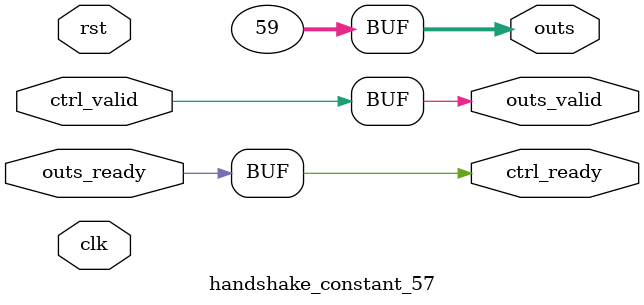
<source format=v>
`timescale 1ns / 1ps
module handshake_constant_57 #(
  parameter DATA_WIDTH = 32  // Default set to 32 bits
) (
  input                       clk,
  input                       rst,
  // Input Channel
  input                       ctrl_valid,
  output                      ctrl_ready,
  // Output Channel
  output [DATA_WIDTH - 1 : 0] outs,
  output                      outs_valid,
  input                       outs_ready
);
  assign outs       = 7'b0111011;
  assign outs_valid = ctrl_valid;
  assign ctrl_ready = outs_ready;

endmodule

</source>
